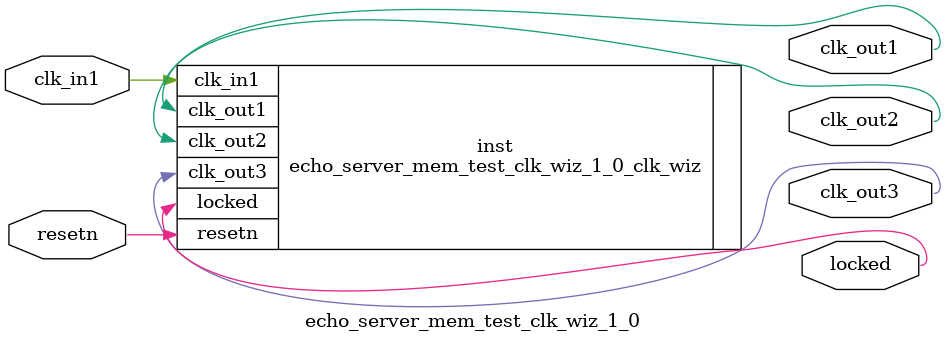
<source format=v>


`timescale 1ps/1ps

(* CORE_GENERATION_INFO = "echo_server_mem_test_clk_wiz_1_0,clk_wiz_v6_0_10_0_0,{component_name=echo_server_mem_test_clk_wiz_1_0,use_phase_alignment=true,use_min_o_jitter=false,use_max_i_jitter=false,use_dyn_phase_shift=false,use_inclk_switchover=false,use_dyn_reconfig=false,enable_axi=0,feedback_source=FDBK_AUTO,PRIMITIVE=MMCM,num_out_clk=3,clkin1_period=10.000,clkin2_period=10.000,use_power_down=false,use_reset=true,use_locked=true,use_inclk_stopped=false,feedback_type=SINGLE,CLOCK_MGR_TYPE=NA,manual_override=false}" *)

module echo_server_mem_test_clk_wiz_1_0 
 (
  // Clock out ports
  output        clk_out1,
  output        clk_out2,
  output        clk_out3,
  // Status and control signals
  input         resetn,
  output        locked,
 // Clock in ports
  input         clk_in1
 );

  echo_server_mem_test_clk_wiz_1_0_clk_wiz inst
  (
  // Clock out ports  
  .clk_out1(clk_out1),
  .clk_out2(clk_out2),
  .clk_out3(clk_out3),
  // Status and control signals               
  .resetn(resetn), 
  .locked(locked),
 // Clock in ports
  .clk_in1(clk_in1)
  );

endmodule

</source>
